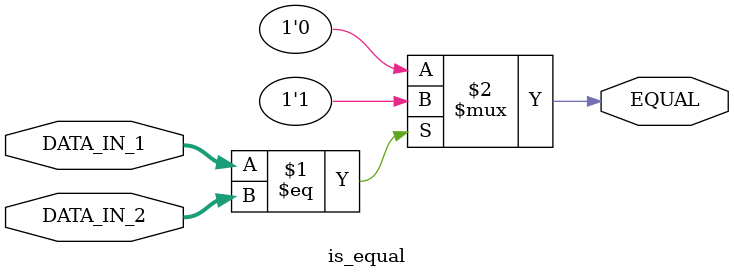
<source format=sv>
`timescale 1ns / 1ps
module is_equal #( parameter WIDTH = 32)
(
	input logic [WIDTH-1:0] DATA_IN_1,
    input logic [WIDTH-1:0] DATA_IN_2,
	output logic EQUAL
);

assign EQUAL = (DATA_IN_1==DATA_IN_2) ? 1'b1 : 1'b0;

endmodule
</source>
